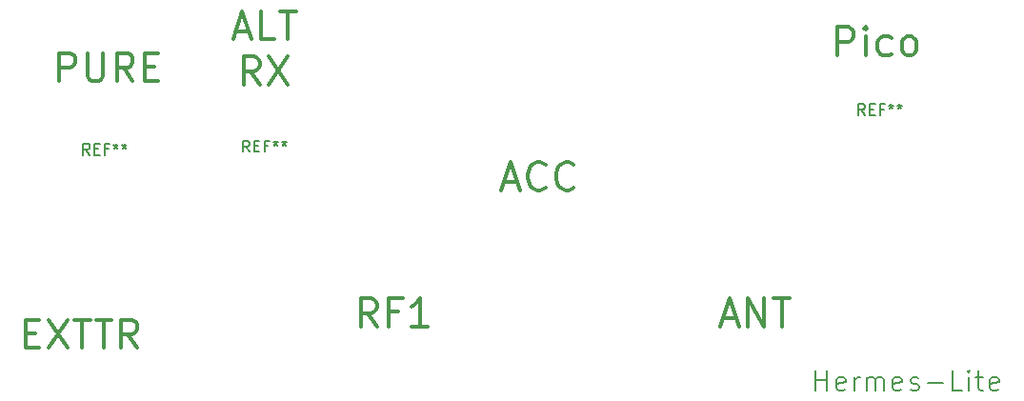
<source format=gto>
G04 #@! TF.GenerationSoftware,KiCad,Pcbnew,6.0.2+dfsg-1*
G04 #@! TF.CreationDate,2023-08-11T11:42:39-04:00*
G04 #@! TF.ProjectId,HL2IO_endcap,484c3249-4f5f-4656-9e64-6361702e6b69,2.1*
G04 #@! TF.SameCoordinates,PX2e593c0PY56057c0*
G04 #@! TF.FileFunction,Legend,Top*
G04 #@! TF.FilePolarity,Positive*
%FSLAX46Y46*%
G04 Gerber Fmt 4.6, Leading zero omitted, Abs format (unit mm)*
G04 Created by KiCad (PCBNEW 6.0.2+dfsg-1) date 2023-08-11 11:42:39*
%MOMM*%
%LPD*%
G01*
G04 APERTURE LIST*
%ADD10C,0.300000*%
%ADD11C,0.200000*%
%ADD12C,0.150000*%
G04 APERTURE END LIST*
D10*
X41311904Y7969048D02*
X40478571Y9159524D01*
X39883333Y7969048D02*
X39883333Y10469048D01*
X40835714Y10469048D01*
X41073809Y10350000D01*
X41192857Y10230953D01*
X41311904Y9992858D01*
X41311904Y9635715D01*
X41192857Y9397620D01*
X41073809Y9278572D01*
X40835714Y9159524D01*
X39883333Y9159524D01*
X43216666Y9278572D02*
X42383333Y9278572D01*
X42383333Y7969048D02*
X42383333Y10469048D01*
X43573809Y10469048D01*
X45835714Y7969048D02*
X44407142Y7969048D01*
X45121428Y7969048D02*
X45121428Y10469048D01*
X44883333Y10111905D01*
X44645238Y9873810D01*
X44407142Y9754762D01*
X13054761Y29769048D02*
X13054761Y32269048D01*
X14007142Y32269048D01*
X14245238Y32150000D01*
X14364285Y32030953D01*
X14483333Y31792858D01*
X14483333Y31435715D01*
X14364285Y31197620D01*
X14245238Y31078572D01*
X14007142Y30959524D01*
X13054761Y30959524D01*
X15554761Y32269048D02*
X15554761Y30245239D01*
X15673809Y30007143D01*
X15792857Y29888096D01*
X16030952Y29769048D01*
X16507142Y29769048D01*
X16745238Y29888096D01*
X16864285Y30007143D01*
X16983333Y30245239D01*
X16983333Y32269048D01*
X19602380Y29769048D02*
X18769047Y30959524D01*
X18173809Y29769048D02*
X18173809Y32269048D01*
X19126190Y32269048D01*
X19364285Y32150000D01*
X19483333Y32030953D01*
X19602380Y31792858D01*
X19602380Y31435715D01*
X19483333Y31197620D01*
X19364285Y31078572D01*
X19126190Y30959524D01*
X18173809Y30959524D01*
X20673809Y31078572D02*
X21507142Y31078572D01*
X21864285Y29769048D02*
X20673809Y29769048D01*
X20673809Y32269048D01*
X21864285Y32269048D01*
X10119047Y7378572D02*
X10952380Y7378572D01*
X11309523Y6069048D02*
X10119047Y6069048D01*
X10119047Y8569048D01*
X11309523Y8569048D01*
X12142857Y8569048D02*
X13809523Y6069048D01*
X13809523Y8569048D02*
X12142857Y6069048D01*
X14404761Y8569048D02*
X15833333Y8569048D01*
X15119047Y6069048D02*
X15119047Y8569048D01*
X16309523Y8569048D02*
X17738095Y8569048D01*
X17023809Y6069048D02*
X17023809Y8569048D01*
X20000000Y6069048D02*
X19166666Y7259524D01*
X18571428Y6069048D02*
X18571428Y8569048D01*
X19523809Y8569048D01*
X19761904Y8450000D01*
X19880952Y8330953D01*
X20000000Y8092858D01*
X20000000Y7735715D01*
X19880952Y7497620D01*
X19761904Y7378572D01*
X19523809Y7259524D01*
X18571428Y7259524D01*
X52604761Y20783334D02*
X53795238Y20783334D01*
X52366666Y20069048D02*
X53200000Y22569048D01*
X54033333Y20069048D01*
X56295238Y20307143D02*
X56176190Y20188096D01*
X55819047Y20069048D01*
X55580952Y20069048D01*
X55223809Y20188096D01*
X54985714Y20426191D01*
X54866666Y20664286D01*
X54747619Y21140477D01*
X54747619Y21497620D01*
X54866666Y21973810D01*
X54985714Y22211905D01*
X55223809Y22450000D01*
X55580952Y22569048D01*
X55819047Y22569048D01*
X56176190Y22450000D01*
X56295238Y22330953D01*
X58795238Y20307143D02*
X58676190Y20188096D01*
X58319047Y20069048D01*
X58080952Y20069048D01*
X57723809Y20188096D01*
X57485714Y20426191D01*
X57366666Y20664286D01*
X57247619Y21140477D01*
X57247619Y21497620D01*
X57366666Y21973810D01*
X57485714Y22211905D01*
X57723809Y22450000D01*
X58080952Y22569048D01*
X58319047Y22569048D01*
X58676190Y22450000D01*
X58795238Y22330953D01*
D11*
X80300000Y2285715D02*
X80300000Y4085715D01*
X80300000Y3228572D02*
X81328571Y3228572D01*
X81328571Y2285715D02*
X81328571Y4085715D01*
X82871428Y2371429D02*
X82700000Y2285715D01*
X82357142Y2285715D01*
X82185714Y2371429D01*
X82100000Y2542858D01*
X82100000Y3228572D01*
X82185714Y3400000D01*
X82357142Y3485715D01*
X82700000Y3485715D01*
X82871428Y3400000D01*
X82957142Y3228572D01*
X82957142Y3057143D01*
X82100000Y2885715D01*
X83728571Y2285715D02*
X83728571Y3485715D01*
X83728571Y3142858D02*
X83814285Y3314286D01*
X83900000Y3400000D01*
X84071428Y3485715D01*
X84242857Y3485715D01*
X84842857Y2285715D02*
X84842857Y3485715D01*
X84842857Y3314286D02*
X84928571Y3400000D01*
X85100000Y3485715D01*
X85357142Y3485715D01*
X85528571Y3400000D01*
X85614285Y3228572D01*
X85614285Y2285715D01*
X85614285Y3228572D02*
X85700000Y3400000D01*
X85871428Y3485715D01*
X86128571Y3485715D01*
X86300000Y3400000D01*
X86385714Y3228572D01*
X86385714Y2285715D01*
X87928571Y2371429D02*
X87757142Y2285715D01*
X87414285Y2285715D01*
X87242857Y2371429D01*
X87157142Y2542858D01*
X87157142Y3228572D01*
X87242857Y3400000D01*
X87414285Y3485715D01*
X87757142Y3485715D01*
X87928571Y3400000D01*
X88014285Y3228572D01*
X88014285Y3057143D01*
X87157142Y2885715D01*
X88700000Y2371429D02*
X88871428Y2285715D01*
X89214285Y2285715D01*
X89385714Y2371429D01*
X89471428Y2542858D01*
X89471428Y2628572D01*
X89385714Y2800000D01*
X89214285Y2885715D01*
X88957142Y2885715D01*
X88785714Y2971429D01*
X88700000Y3142858D01*
X88700000Y3228572D01*
X88785714Y3400000D01*
X88957142Y3485715D01*
X89214285Y3485715D01*
X89385714Y3400000D01*
X90242857Y2971429D02*
X91614285Y2971429D01*
X93328571Y2285715D02*
X92471428Y2285715D01*
X92471428Y4085715D01*
X93928571Y2285715D02*
X93928571Y3485715D01*
X93928571Y4085715D02*
X93842857Y4000000D01*
X93928571Y3914286D01*
X94014285Y4000000D01*
X93928571Y4085715D01*
X93928571Y3914286D01*
X94528571Y3485715D02*
X95214285Y3485715D01*
X94785714Y4085715D02*
X94785714Y2542858D01*
X94871428Y2371429D01*
X95042857Y2285715D01*
X95214285Y2285715D01*
X96500000Y2371429D02*
X96328571Y2285715D01*
X95985714Y2285715D01*
X95814285Y2371429D01*
X95728571Y2542858D01*
X95728571Y3228572D01*
X95814285Y3400000D01*
X95985714Y3485715D01*
X96328571Y3485715D01*
X96500000Y3400000D01*
X96585714Y3228572D01*
X96585714Y3057143D01*
X95728571Y2885715D01*
D10*
X72042857Y8683334D02*
X73233333Y8683334D01*
X71804761Y7969048D02*
X72638095Y10469048D01*
X73471428Y7969048D01*
X74304761Y7969048D02*
X74304761Y10469048D01*
X75733333Y7969048D01*
X75733333Y10469048D01*
X76566666Y10469048D02*
X77995238Y10469048D01*
X77280952Y7969048D02*
X77280952Y10469048D01*
X82247619Y32069048D02*
X82247619Y34569048D01*
X83200000Y34569048D01*
X83438095Y34450000D01*
X83557142Y34330953D01*
X83676190Y34092858D01*
X83676190Y33735715D01*
X83557142Y33497620D01*
X83438095Y33378572D01*
X83200000Y33259524D01*
X82247619Y33259524D01*
X84747619Y32069048D02*
X84747619Y33735715D01*
X84747619Y34569048D02*
X84628571Y34450000D01*
X84747619Y34330953D01*
X84866666Y34450000D01*
X84747619Y34569048D01*
X84747619Y34330953D01*
X87009523Y32188096D02*
X86771428Y32069048D01*
X86295238Y32069048D01*
X86057142Y32188096D01*
X85938095Y32307143D01*
X85819047Y32545239D01*
X85819047Y33259524D01*
X85938095Y33497620D01*
X86057142Y33616667D01*
X86295238Y33735715D01*
X86771428Y33735715D01*
X87009523Y33616667D01*
X88438095Y32069048D02*
X88200000Y32188096D01*
X88080952Y32307143D01*
X87961904Y32545239D01*
X87961904Y33259524D01*
X88080952Y33497620D01*
X88200000Y33616667D01*
X88438095Y33735715D01*
X88795238Y33735715D01*
X89033333Y33616667D01*
X89152380Y33497620D01*
X89271428Y33259524D01*
X89271428Y32545239D01*
X89152380Y32307143D01*
X89033333Y32188096D01*
X88795238Y32069048D01*
X88438095Y32069048D01*
X28740476Y34195834D02*
X29930952Y34195834D01*
X28502380Y33481548D02*
X29335714Y35981548D01*
X30169047Y33481548D01*
X32192857Y33481548D02*
X31002380Y33481548D01*
X31002380Y35981548D01*
X32669047Y35981548D02*
X34097619Y35981548D01*
X33383333Y33481548D02*
X33383333Y35981548D01*
X30883333Y29456548D02*
X30050000Y30647024D01*
X29454761Y29456548D02*
X29454761Y31956548D01*
X30407142Y31956548D01*
X30645238Y31837500D01*
X30764285Y31718453D01*
X30883333Y31480358D01*
X30883333Y31123215D01*
X30764285Y30885120D01*
X30645238Y30766072D01*
X30407142Y30647024D01*
X29454761Y30647024D01*
X31716666Y31956548D02*
X33383333Y29456548D01*
X33383333Y31956548D02*
X31716666Y29456548D01*
D12*
X15766666Y23217620D02*
X15433333Y23693810D01*
X15195238Y23217620D02*
X15195238Y24217620D01*
X15576190Y24217620D01*
X15671428Y24170000D01*
X15719047Y24122381D01*
X15766666Y24027143D01*
X15766666Y23884286D01*
X15719047Y23789048D01*
X15671428Y23741429D01*
X15576190Y23693810D01*
X15195238Y23693810D01*
X16195238Y23741429D02*
X16528571Y23741429D01*
X16671428Y23217620D02*
X16195238Y23217620D01*
X16195238Y24217620D01*
X16671428Y24217620D01*
X17433333Y23741429D02*
X17100000Y23741429D01*
X17100000Y23217620D02*
X17100000Y24217620D01*
X17576190Y24217620D01*
X18100000Y24217620D02*
X18100000Y23979524D01*
X17861904Y24074762D02*
X18100000Y23979524D01*
X18338095Y24074762D01*
X17957142Y23789048D02*
X18100000Y23979524D01*
X18242857Y23789048D01*
X18861904Y24217620D02*
X18861904Y23979524D01*
X18623809Y24074762D02*
X18861904Y23979524D01*
X19100000Y24074762D01*
X18719047Y23789048D02*
X18861904Y23979524D01*
X19004761Y23789048D01*
X84666666Y26747620D02*
X84333333Y27223810D01*
X84095238Y26747620D02*
X84095238Y27747620D01*
X84476190Y27747620D01*
X84571428Y27700000D01*
X84619047Y27652381D01*
X84666666Y27557143D01*
X84666666Y27414286D01*
X84619047Y27319048D01*
X84571428Y27271429D01*
X84476190Y27223810D01*
X84095238Y27223810D01*
X85095238Y27271429D02*
X85428571Y27271429D01*
X85571428Y26747620D02*
X85095238Y26747620D01*
X85095238Y27747620D01*
X85571428Y27747620D01*
X86333333Y27271429D02*
X86000000Y27271429D01*
X86000000Y26747620D02*
X86000000Y27747620D01*
X86476190Y27747620D01*
X87000000Y27747620D02*
X87000000Y27509524D01*
X86761904Y27604762D02*
X87000000Y27509524D01*
X87238095Y27604762D01*
X86857142Y27319048D02*
X87000000Y27509524D01*
X87142857Y27319048D01*
X87761904Y27747620D02*
X87761904Y27509524D01*
X87523809Y27604762D02*
X87761904Y27509524D01*
X88000000Y27604762D01*
X87619047Y27319048D02*
X87761904Y27509524D01*
X87904761Y27319048D01*
X29966666Y23482620D02*
X29633333Y23958810D01*
X29395238Y23482620D02*
X29395238Y24482620D01*
X29776190Y24482620D01*
X29871428Y24435000D01*
X29919047Y24387381D01*
X29966666Y24292143D01*
X29966666Y24149286D01*
X29919047Y24054048D01*
X29871428Y24006429D01*
X29776190Y23958810D01*
X29395238Y23958810D01*
X30395238Y24006429D02*
X30728571Y24006429D01*
X30871428Y23482620D02*
X30395238Y23482620D01*
X30395238Y24482620D01*
X30871428Y24482620D01*
X31633333Y24006429D02*
X31300000Y24006429D01*
X31300000Y23482620D02*
X31300000Y24482620D01*
X31776190Y24482620D01*
X32300000Y24482620D02*
X32300000Y24244524D01*
X32061904Y24339762D02*
X32300000Y24244524D01*
X32538095Y24339762D01*
X32157142Y24054048D02*
X32300000Y24244524D01*
X32442857Y24054048D01*
X33061904Y24482620D02*
X33061904Y24244524D01*
X32823809Y24339762D02*
X33061904Y24244524D01*
X33300000Y24339762D01*
X32919047Y24054048D02*
X33061904Y24244524D01*
X33204761Y24054048D01*
M02*

</source>
